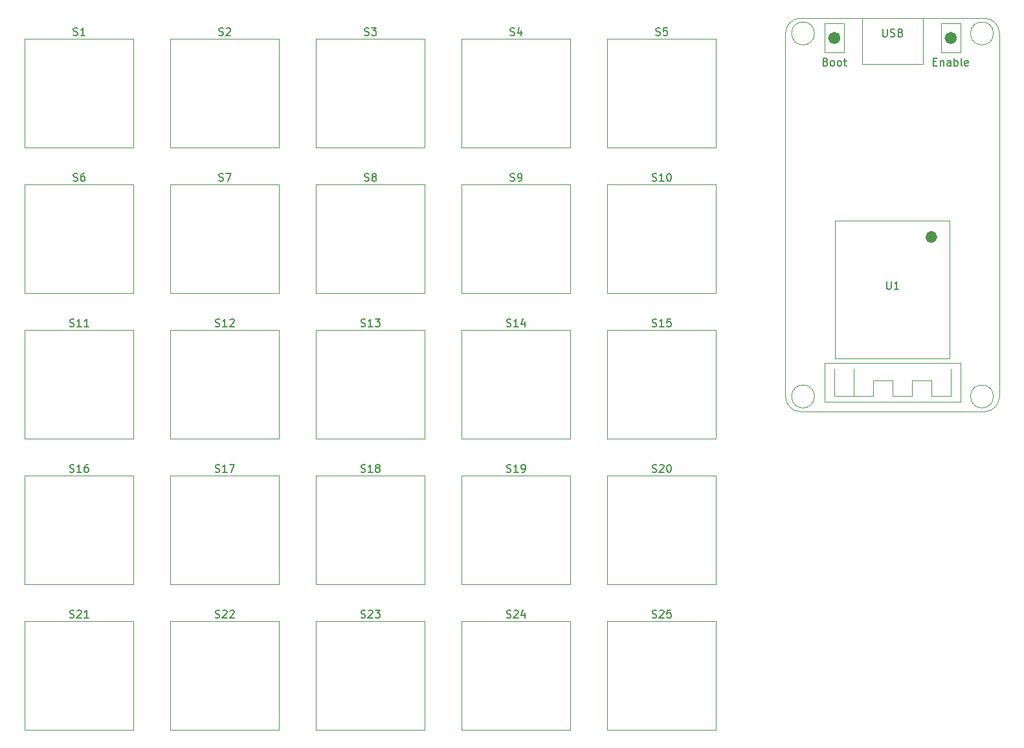
<source format=gbr>
%TF.GenerationSoftware,KiCad,Pcbnew,8.0.6*%
%TF.CreationDate,2024-10-21T09:57:29+07:00*%
%TF.ProjectId,CaiPad25_ESP32,43616950-6164-4323-955f-45535033322e,rev?*%
%TF.SameCoordinates,Original*%
%TF.FileFunction,Legend,Top*%
%TF.FilePolarity,Positive*%
%FSLAX46Y46*%
G04 Gerber Fmt 4.6, Leading zero omitted, Abs format (unit mm)*
G04 Created by KiCad (PCBNEW 8.0.6) date 2024-10-21 09:57:29*
%MOMM*%
%LPD*%
G01*
G04 APERTURE LIST*
%ADD10C,0.150000*%
%ADD11C,0.120000*%
%ADD12C,1.000000*%
%ADD13C,0.800000*%
G04 APERTURE END LIST*
D10*
X65913095Y-59082200D02*
X66055952Y-59129819D01*
X66055952Y-59129819D02*
X66294047Y-59129819D01*
X66294047Y-59129819D02*
X66389285Y-59082200D01*
X66389285Y-59082200D02*
X66436904Y-59034580D01*
X66436904Y-59034580D02*
X66484523Y-58939342D01*
X66484523Y-58939342D02*
X66484523Y-58844104D01*
X66484523Y-58844104D02*
X66436904Y-58748866D01*
X66436904Y-58748866D02*
X66389285Y-58701247D01*
X66389285Y-58701247D02*
X66294047Y-58653628D01*
X66294047Y-58653628D02*
X66103571Y-58606009D01*
X66103571Y-58606009D02*
X66008333Y-58558390D01*
X66008333Y-58558390D02*
X65960714Y-58510771D01*
X65960714Y-58510771D02*
X65913095Y-58415533D01*
X65913095Y-58415533D02*
X65913095Y-58320295D01*
X65913095Y-58320295D02*
X65960714Y-58225057D01*
X65960714Y-58225057D02*
X66008333Y-58177438D01*
X66008333Y-58177438D02*
X66103571Y-58129819D01*
X66103571Y-58129819D02*
X66341666Y-58129819D01*
X66341666Y-58129819D02*
X66484523Y-58177438D01*
X66817857Y-58129819D02*
X67484523Y-58129819D01*
X67484523Y-58129819D02*
X67055952Y-59129819D01*
X65436905Y-78132200D02*
X65579762Y-78179819D01*
X65579762Y-78179819D02*
X65817857Y-78179819D01*
X65817857Y-78179819D02*
X65913095Y-78132200D01*
X65913095Y-78132200D02*
X65960714Y-78084580D01*
X65960714Y-78084580D02*
X66008333Y-77989342D01*
X66008333Y-77989342D02*
X66008333Y-77894104D01*
X66008333Y-77894104D02*
X65960714Y-77798866D01*
X65960714Y-77798866D02*
X65913095Y-77751247D01*
X65913095Y-77751247D02*
X65817857Y-77703628D01*
X65817857Y-77703628D02*
X65627381Y-77656009D01*
X65627381Y-77656009D02*
X65532143Y-77608390D01*
X65532143Y-77608390D02*
X65484524Y-77560771D01*
X65484524Y-77560771D02*
X65436905Y-77465533D01*
X65436905Y-77465533D02*
X65436905Y-77370295D01*
X65436905Y-77370295D02*
X65484524Y-77275057D01*
X65484524Y-77275057D02*
X65532143Y-77227438D01*
X65532143Y-77227438D02*
X65627381Y-77179819D01*
X65627381Y-77179819D02*
X65865476Y-77179819D01*
X65865476Y-77179819D02*
X66008333Y-77227438D01*
X66960714Y-78179819D02*
X66389286Y-78179819D01*
X66675000Y-78179819D02*
X66675000Y-77179819D01*
X66675000Y-77179819D02*
X66579762Y-77322676D01*
X66579762Y-77322676D02*
X66484524Y-77417914D01*
X66484524Y-77417914D02*
X66389286Y-77465533D01*
X67341667Y-77275057D02*
X67389286Y-77227438D01*
X67389286Y-77227438D02*
X67484524Y-77179819D01*
X67484524Y-77179819D02*
X67722619Y-77179819D01*
X67722619Y-77179819D02*
X67817857Y-77227438D01*
X67817857Y-77227438D02*
X67865476Y-77275057D01*
X67865476Y-77275057D02*
X67913095Y-77370295D01*
X67913095Y-77370295D02*
X67913095Y-77465533D01*
X67913095Y-77465533D02*
X67865476Y-77608390D01*
X67865476Y-77608390D02*
X67294048Y-78179819D01*
X67294048Y-78179819D02*
X67913095Y-78179819D01*
X104013095Y-40032200D02*
X104155952Y-40079819D01*
X104155952Y-40079819D02*
X104394047Y-40079819D01*
X104394047Y-40079819D02*
X104489285Y-40032200D01*
X104489285Y-40032200D02*
X104536904Y-39984580D01*
X104536904Y-39984580D02*
X104584523Y-39889342D01*
X104584523Y-39889342D02*
X104584523Y-39794104D01*
X104584523Y-39794104D02*
X104536904Y-39698866D01*
X104536904Y-39698866D02*
X104489285Y-39651247D01*
X104489285Y-39651247D02*
X104394047Y-39603628D01*
X104394047Y-39603628D02*
X104203571Y-39556009D01*
X104203571Y-39556009D02*
X104108333Y-39508390D01*
X104108333Y-39508390D02*
X104060714Y-39460771D01*
X104060714Y-39460771D02*
X104013095Y-39365533D01*
X104013095Y-39365533D02*
X104013095Y-39270295D01*
X104013095Y-39270295D02*
X104060714Y-39175057D01*
X104060714Y-39175057D02*
X104108333Y-39127438D01*
X104108333Y-39127438D02*
X104203571Y-39079819D01*
X104203571Y-39079819D02*
X104441666Y-39079819D01*
X104441666Y-39079819D02*
X104584523Y-39127438D01*
X105441666Y-39413152D02*
X105441666Y-40079819D01*
X105203571Y-39032200D02*
X104965476Y-39746485D01*
X104965476Y-39746485D02*
X105584523Y-39746485D01*
X46386905Y-97182200D02*
X46529762Y-97229819D01*
X46529762Y-97229819D02*
X46767857Y-97229819D01*
X46767857Y-97229819D02*
X46863095Y-97182200D01*
X46863095Y-97182200D02*
X46910714Y-97134580D01*
X46910714Y-97134580D02*
X46958333Y-97039342D01*
X46958333Y-97039342D02*
X46958333Y-96944104D01*
X46958333Y-96944104D02*
X46910714Y-96848866D01*
X46910714Y-96848866D02*
X46863095Y-96801247D01*
X46863095Y-96801247D02*
X46767857Y-96753628D01*
X46767857Y-96753628D02*
X46577381Y-96706009D01*
X46577381Y-96706009D02*
X46482143Y-96658390D01*
X46482143Y-96658390D02*
X46434524Y-96610771D01*
X46434524Y-96610771D02*
X46386905Y-96515533D01*
X46386905Y-96515533D02*
X46386905Y-96420295D01*
X46386905Y-96420295D02*
X46434524Y-96325057D01*
X46434524Y-96325057D02*
X46482143Y-96277438D01*
X46482143Y-96277438D02*
X46577381Y-96229819D01*
X46577381Y-96229819D02*
X46815476Y-96229819D01*
X46815476Y-96229819D02*
X46958333Y-96277438D01*
X47910714Y-97229819D02*
X47339286Y-97229819D01*
X47625000Y-97229819D02*
X47625000Y-96229819D01*
X47625000Y-96229819D02*
X47529762Y-96372676D01*
X47529762Y-96372676D02*
X47434524Y-96467914D01*
X47434524Y-96467914D02*
X47339286Y-96515533D01*
X48767857Y-96229819D02*
X48577381Y-96229819D01*
X48577381Y-96229819D02*
X48482143Y-96277438D01*
X48482143Y-96277438D02*
X48434524Y-96325057D01*
X48434524Y-96325057D02*
X48339286Y-96467914D01*
X48339286Y-96467914D02*
X48291667Y-96658390D01*
X48291667Y-96658390D02*
X48291667Y-97039342D01*
X48291667Y-97039342D02*
X48339286Y-97134580D01*
X48339286Y-97134580D02*
X48386905Y-97182200D01*
X48386905Y-97182200D02*
X48482143Y-97229819D01*
X48482143Y-97229819D02*
X48672619Y-97229819D01*
X48672619Y-97229819D02*
X48767857Y-97182200D01*
X48767857Y-97182200D02*
X48815476Y-97134580D01*
X48815476Y-97134580D02*
X48863095Y-97039342D01*
X48863095Y-97039342D02*
X48863095Y-96801247D01*
X48863095Y-96801247D02*
X48815476Y-96706009D01*
X48815476Y-96706009D02*
X48767857Y-96658390D01*
X48767857Y-96658390D02*
X48672619Y-96610771D01*
X48672619Y-96610771D02*
X48482143Y-96610771D01*
X48482143Y-96610771D02*
X48386905Y-96658390D01*
X48386905Y-96658390D02*
X48339286Y-96706009D01*
X48339286Y-96706009D02*
X48291667Y-96801247D01*
X103536905Y-78132200D02*
X103679762Y-78179819D01*
X103679762Y-78179819D02*
X103917857Y-78179819D01*
X103917857Y-78179819D02*
X104013095Y-78132200D01*
X104013095Y-78132200D02*
X104060714Y-78084580D01*
X104060714Y-78084580D02*
X104108333Y-77989342D01*
X104108333Y-77989342D02*
X104108333Y-77894104D01*
X104108333Y-77894104D02*
X104060714Y-77798866D01*
X104060714Y-77798866D02*
X104013095Y-77751247D01*
X104013095Y-77751247D02*
X103917857Y-77703628D01*
X103917857Y-77703628D02*
X103727381Y-77656009D01*
X103727381Y-77656009D02*
X103632143Y-77608390D01*
X103632143Y-77608390D02*
X103584524Y-77560771D01*
X103584524Y-77560771D02*
X103536905Y-77465533D01*
X103536905Y-77465533D02*
X103536905Y-77370295D01*
X103536905Y-77370295D02*
X103584524Y-77275057D01*
X103584524Y-77275057D02*
X103632143Y-77227438D01*
X103632143Y-77227438D02*
X103727381Y-77179819D01*
X103727381Y-77179819D02*
X103965476Y-77179819D01*
X103965476Y-77179819D02*
X104108333Y-77227438D01*
X105060714Y-78179819D02*
X104489286Y-78179819D01*
X104775000Y-78179819D02*
X104775000Y-77179819D01*
X104775000Y-77179819D02*
X104679762Y-77322676D01*
X104679762Y-77322676D02*
X104584524Y-77417914D01*
X104584524Y-77417914D02*
X104489286Y-77465533D01*
X105917857Y-77513152D02*
X105917857Y-78179819D01*
X105679762Y-77132200D02*
X105441667Y-77846485D01*
X105441667Y-77846485D02*
X106060714Y-77846485D01*
X46386905Y-116232200D02*
X46529762Y-116279819D01*
X46529762Y-116279819D02*
X46767857Y-116279819D01*
X46767857Y-116279819D02*
X46863095Y-116232200D01*
X46863095Y-116232200D02*
X46910714Y-116184580D01*
X46910714Y-116184580D02*
X46958333Y-116089342D01*
X46958333Y-116089342D02*
X46958333Y-115994104D01*
X46958333Y-115994104D02*
X46910714Y-115898866D01*
X46910714Y-115898866D02*
X46863095Y-115851247D01*
X46863095Y-115851247D02*
X46767857Y-115803628D01*
X46767857Y-115803628D02*
X46577381Y-115756009D01*
X46577381Y-115756009D02*
X46482143Y-115708390D01*
X46482143Y-115708390D02*
X46434524Y-115660771D01*
X46434524Y-115660771D02*
X46386905Y-115565533D01*
X46386905Y-115565533D02*
X46386905Y-115470295D01*
X46386905Y-115470295D02*
X46434524Y-115375057D01*
X46434524Y-115375057D02*
X46482143Y-115327438D01*
X46482143Y-115327438D02*
X46577381Y-115279819D01*
X46577381Y-115279819D02*
X46815476Y-115279819D01*
X46815476Y-115279819D02*
X46958333Y-115327438D01*
X47339286Y-115375057D02*
X47386905Y-115327438D01*
X47386905Y-115327438D02*
X47482143Y-115279819D01*
X47482143Y-115279819D02*
X47720238Y-115279819D01*
X47720238Y-115279819D02*
X47815476Y-115327438D01*
X47815476Y-115327438D02*
X47863095Y-115375057D01*
X47863095Y-115375057D02*
X47910714Y-115470295D01*
X47910714Y-115470295D02*
X47910714Y-115565533D01*
X47910714Y-115565533D02*
X47863095Y-115708390D01*
X47863095Y-115708390D02*
X47291667Y-116279819D01*
X47291667Y-116279819D02*
X47910714Y-116279819D01*
X48863095Y-116279819D02*
X48291667Y-116279819D01*
X48577381Y-116279819D02*
X48577381Y-115279819D01*
X48577381Y-115279819D02*
X48482143Y-115422676D01*
X48482143Y-115422676D02*
X48386905Y-115517914D01*
X48386905Y-115517914D02*
X48291667Y-115565533D01*
X123063095Y-40032200D02*
X123205952Y-40079819D01*
X123205952Y-40079819D02*
X123444047Y-40079819D01*
X123444047Y-40079819D02*
X123539285Y-40032200D01*
X123539285Y-40032200D02*
X123586904Y-39984580D01*
X123586904Y-39984580D02*
X123634523Y-39889342D01*
X123634523Y-39889342D02*
X123634523Y-39794104D01*
X123634523Y-39794104D02*
X123586904Y-39698866D01*
X123586904Y-39698866D02*
X123539285Y-39651247D01*
X123539285Y-39651247D02*
X123444047Y-39603628D01*
X123444047Y-39603628D02*
X123253571Y-39556009D01*
X123253571Y-39556009D02*
X123158333Y-39508390D01*
X123158333Y-39508390D02*
X123110714Y-39460771D01*
X123110714Y-39460771D02*
X123063095Y-39365533D01*
X123063095Y-39365533D02*
X123063095Y-39270295D01*
X123063095Y-39270295D02*
X123110714Y-39175057D01*
X123110714Y-39175057D02*
X123158333Y-39127438D01*
X123158333Y-39127438D02*
X123253571Y-39079819D01*
X123253571Y-39079819D02*
X123491666Y-39079819D01*
X123491666Y-39079819D02*
X123634523Y-39127438D01*
X124539285Y-39079819D02*
X124063095Y-39079819D01*
X124063095Y-39079819D02*
X124015476Y-39556009D01*
X124015476Y-39556009D02*
X124063095Y-39508390D01*
X124063095Y-39508390D02*
X124158333Y-39460771D01*
X124158333Y-39460771D02*
X124396428Y-39460771D01*
X124396428Y-39460771D02*
X124491666Y-39508390D01*
X124491666Y-39508390D02*
X124539285Y-39556009D01*
X124539285Y-39556009D02*
X124586904Y-39651247D01*
X124586904Y-39651247D02*
X124586904Y-39889342D01*
X124586904Y-39889342D02*
X124539285Y-39984580D01*
X124539285Y-39984580D02*
X124491666Y-40032200D01*
X124491666Y-40032200D02*
X124396428Y-40079819D01*
X124396428Y-40079819D02*
X124158333Y-40079819D01*
X124158333Y-40079819D02*
X124063095Y-40032200D01*
X124063095Y-40032200D02*
X124015476Y-39984580D01*
X84963095Y-40032200D02*
X85105952Y-40079819D01*
X85105952Y-40079819D02*
X85344047Y-40079819D01*
X85344047Y-40079819D02*
X85439285Y-40032200D01*
X85439285Y-40032200D02*
X85486904Y-39984580D01*
X85486904Y-39984580D02*
X85534523Y-39889342D01*
X85534523Y-39889342D02*
X85534523Y-39794104D01*
X85534523Y-39794104D02*
X85486904Y-39698866D01*
X85486904Y-39698866D02*
X85439285Y-39651247D01*
X85439285Y-39651247D02*
X85344047Y-39603628D01*
X85344047Y-39603628D02*
X85153571Y-39556009D01*
X85153571Y-39556009D02*
X85058333Y-39508390D01*
X85058333Y-39508390D02*
X85010714Y-39460771D01*
X85010714Y-39460771D02*
X84963095Y-39365533D01*
X84963095Y-39365533D02*
X84963095Y-39270295D01*
X84963095Y-39270295D02*
X85010714Y-39175057D01*
X85010714Y-39175057D02*
X85058333Y-39127438D01*
X85058333Y-39127438D02*
X85153571Y-39079819D01*
X85153571Y-39079819D02*
X85391666Y-39079819D01*
X85391666Y-39079819D02*
X85534523Y-39127438D01*
X85867857Y-39079819D02*
X86486904Y-39079819D01*
X86486904Y-39079819D02*
X86153571Y-39460771D01*
X86153571Y-39460771D02*
X86296428Y-39460771D01*
X86296428Y-39460771D02*
X86391666Y-39508390D01*
X86391666Y-39508390D02*
X86439285Y-39556009D01*
X86439285Y-39556009D02*
X86486904Y-39651247D01*
X86486904Y-39651247D02*
X86486904Y-39889342D01*
X86486904Y-39889342D02*
X86439285Y-39984580D01*
X86439285Y-39984580D02*
X86391666Y-40032200D01*
X86391666Y-40032200D02*
X86296428Y-40079819D01*
X86296428Y-40079819D02*
X86010714Y-40079819D01*
X86010714Y-40079819D02*
X85915476Y-40032200D01*
X85915476Y-40032200D02*
X85867857Y-39984580D01*
X46863095Y-40032200D02*
X47005952Y-40079819D01*
X47005952Y-40079819D02*
X47244047Y-40079819D01*
X47244047Y-40079819D02*
X47339285Y-40032200D01*
X47339285Y-40032200D02*
X47386904Y-39984580D01*
X47386904Y-39984580D02*
X47434523Y-39889342D01*
X47434523Y-39889342D02*
X47434523Y-39794104D01*
X47434523Y-39794104D02*
X47386904Y-39698866D01*
X47386904Y-39698866D02*
X47339285Y-39651247D01*
X47339285Y-39651247D02*
X47244047Y-39603628D01*
X47244047Y-39603628D02*
X47053571Y-39556009D01*
X47053571Y-39556009D02*
X46958333Y-39508390D01*
X46958333Y-39508390D02*
X46910714Y-39460771D01*
X46910714Y-39460771D02*
X46863095Y-39365533D01*
X46863095Y-39365533D02*
X46863095Y-39270295D01*
X46863095Y-39270295D02*
X46910714Y-39175057D01*
X46910714Y-39175057D02*
X46958333Y-39127438D01*
X46958333Y-39127438D02*
X47053571Y-39079819D01*
X47053571Y-39079819D02*
X47291666Y-39079819D01*
X47291666Y-39079819D02*
X47434523Y-39127438D01*
X48386904Y-40079819D02*
X47815476Y-40079819D01*
X48101190Y-40079819D02*
X48101190Y-39079819D01*
X48101190Y-39079819D02*
X48005952Y-39222676D01*
X48005952Y-39222676D02*
X47910714Y-39317914D01*
X47910714Y-39317914D02*
X47815476Y-39365533D01*
X84486905Y-78132200D02*
X84629762Y-78179819D01*
X84629762Y-78179819D02*
X84867857Y-78179819D01*
X84867857Y-78179819D02*
X84963095Y-78132200D01*
X84963095Y-78132200D02*
X85010714Y-78084580D01*
X85010714Y-78084580D02*
X85058333Y-77989342D01*
X85058333Y-77989342D02*
X85058333Y-77894104D01*
X85058333Y-77894104D02*
X85010714Y-77798866D01*
X85010714Y-77798866D02*
X84963095Y-77751247D01*
X84963095Y-77751247D02*
X84867857Y-77703628D01*
X84867857Y-77703628D02*
X84677381Y-77656009D01*
X84677381Y-77656009D02*
X84582143Y-77608390D01*
X84582143Y-77608390D02*
X84534524Y-77560771D01*
X84534524Y-77560771D02*
X84486905Y-77465533D01*
X84486905Y-77465533D02*
X84486905Y-77370295D01*
X84486905Y-77370295D02*
X84534524Y-77275057D01*
X84534524Y-77275057D02*
X84582143Y-77227438D01*
X84582143Y-77227438D02*
X84677381Y-77179819D01*
X84677381Y-77179819D02*
X84915476Y-77179819D01*
X84915476Y-77179819D02*
X85058333Y-77227438D01*
X86010714Y-78179819D02*
X85439286Y-78179819D01*
X85725000Y-78179819D02*
X85725000Y-77179819D01*
X85725000Y-77179819D02*
X85629762Y-77322676D01*
X85629762Y-77322676D02*
X85534524Y-77417914D01*
X85534524Y-77417914D02*
X85439286Y-77465533D01*
X86344048Y-77179819D02*
X86963095Y-77179819D01*
X86963095Y-77179819D02*
X86629762Y-77560771D01*
X86629762Y-77560771D02*
X86772619Y-77560771D01*
X86772619Y-77560771D02*
X86867857Y-77608390D01*
X86867857Y-77608390D02*
X86915476Y-77656009D01*
X86915476Y-77656009D02*
X86963095Y-77751247D01*
X86963095Y-77751247D02*
X86963095Y-77989342D01*
X86963095Y-77989342D02*
X86915476Y-78084580D01*
X86915476Y-78084580D02*
X86867857Y-78132200D01*
X86867857Y-78132200D02*
X86772619Y-78179819D01*
X86772619Y-78179819D02*
X86486905Y-78179819D01*
X86486905Y-78179819D02*
X86391667Y-78132200D01*
X86391667Y-78132200D02*
X86344048Y-78084580D01*
X46386905Y-78132200D02*
X46529762Y-78179819D01*
X46529762Y-78179819D02*
X46767857Y-78179819D01*
X46767857Y-78179819D02*
X46863095Y-78132200D01*
X46863095Y-78132200D02*
X46910714Y-78084580D01*
X46910714Y-78084580D02*
X46958333Y-77989342D01*
X46958333Y-77989342D02*
X46958333Y-77894104D01*
X46958333Y-77894104D02*
X46910714Y-77798866D01*
X46910714Y-77798866D02*
X46863095Y-77751247D01*
X46863095Y-77751247D02*
X46767857Y-77703628D01*
X46767857Y-77703628D02*
X46577381Y-77656009D01*
X46577381Y-77656009D02*
X46482143Y-77608390D01*
X46482143Y-77608390D02*
X46434524Y-77560771D01*
X46434524Y-77560771D02*
X46386905Y-77465533D01*
X46386905Y-77465533D02*
X46386905Y-77370295D01*
X46386905Y-77370295D02*
X46434524Y-77275057D01*
X46434524Y-77275057D02*
X46482143Y-77227438D01*
X46482143Y-77227438D02*
X46577381Y-77179819D01*
X46577381Y-77179819D02*
X46815476Y-77179819D01*
X46815476Y-77179819D02*
X46958333Y-77227438D01*
X47910714Y-78179819D02*
X47339286Y-78179819D01*
X47625000Y-78179819D02*
X47625000Y-77179819D01*
X47625000Y-77179819D02*
X47529762Y-77322676D01*
X47529762Y-77322676D02*
X47434524Y-77417914D01*
X47434524Y-77417914D02*
X47339286Y-77465533D01*
X48863095Y-78179819D02*
X48291667Y-78179819D01*
X48577381Y-78179819D02*
X48577381Y-77179819D01*
X48577381Y-77179819D02*
X48482143Y-77322676D01*
X48482143Y-77322676D02*
X48386905Y-77417914D01*
X48386905Y-77417914D02*
X48291667Y-77465533D01*
X65436905Y-116232200D02*
X65579762Y-116279819D01*
X65579762Y-116279819D02*
X65817857Y-116279819D01*
X65817857Y-116279819D02*
X65913095Y-116232200D01*
X65913095Y-116232200D02*
X65960714Y-116184580D01*
X65960714Y-116184580D02*
X66008333Y-116089342D01*
X66008333Y-116089342D02*
X66008333Y-115994104D01*
X66008333Y-115994104D02*
X65960714Y-115898866D01*
X65960714Y-115898866D02*
X65913095Y-115851247D01*
X65913095Y-115851247D02*
X65817857Y-115803628D01*
X65817857Y-115803628D02*
X65627381Y-115756009D01*
X65627381Y-115756009D02*
X65532143Y-115708390D01*
X65532143Y-115708390D02*
X65484524Y-115660771D01*
X65484524Y-115660771D02*
X65436905Y-115565533D01*
X65436905Y-115565533D02*
X65436905Y-115470295D01*
X65436905Y-115470295D02*
X65484524Y-115375057D01*
X65484524Y-115375057D02*
X65532143Y-115327438D01*
X65532143Y-115327438D02*
X65627381Y-115279819D01*
X65627381Y-115279819D02*
X65865476Y-115279819D01*
X65865476Y-115279819D02*
X66008333Y-115327438D01*
X66389286Y-115375057D02*
X66436905Y-115327438D01*
X66436905Y-115327438D02*
X66532143Y-115279819D01*
X66532143Y-115279819D02*
X66770238Y-115279819D01*
X66770238Y-115279819D02*
X66865476Y-115327438D01*
X66865476Y-115327438D02*
X66913095Y-115375057D01*
X66913095Y-115375057D02*
X66960714Y-115470295D01*
X66960714Y-115470295D02*
X66960714Y-115565533D01*
X66960714Y-115565533D02*
X66913095Y-115708390D01*
X66913095Y-115708390D02*
X66341667Y-116279819D01*
X66341667Y-116279819D02*
X66960714Y-116279819D01*
X67341667Y-115375057D02*
X67389286Y-115327438D01*
X67389286Y-115327438D02*
X67484524Y-115279819D01*
X67484524Y-115279819D02*
X67722619Y-115279819D01*
X67722619Y-115279819D02*
X67817857Y-115327438D01*
X67817857Y-115327438D02*
X67865476Y-115375057D01*
X67865476Y-115375057D02*
X67913095Y-115470295D01*
X67913095Y-115470295D02*
X67913095Y-115565533D01*
X67913095Y-115565533D02*
X67865476Y-115708390D01*
X67865476Y-115708390D02*
X67294048Y-116279819D01*
X67294048Y-116279819D02*
X67913095Y-116279819D01*
X65436905Y-97182200D02*
X65579762Y-97229819D01*
X65579762Y-97229819D02*
X65817857Y-97229819D01*
X65817857Y-97229819D02*
X65913095Y-97182200D01*
X65913095Y-97182200D02*
X65960714Y-97134580D01*
X65960714Y-97134580D02*
X66008333Y-97039342D01*
X66008333Y-97039342D02*
X66008333Y-96944104D01*
X66008333Y-96944104D02*
X65960714Y-96848866D01*
X65960714Y-96848866D02*
X65913095Y-96801247D01*
X65913095Y-96801247D02*
X65817857Y-96753628D01*
X65817857Y-96753628D02*
X65627381Y-96706009D01*
X65627381Y-96706009D02*
X65532143Y-96658390D01*
X65532143Y-96658390D02*
X65484524Y-96610771D01*
X65484524Y-96610771D02*
X65436905Y-96515533D01*
X65436905Y-96515533D02*
X65436905Y-96420295D01*
X65436905Y-96420295D02*
X65484524Y-96325057D01*
X65484524Y-96325057D02*
X65532143Y-96277438D01*
X65532143Y-96277438D02*
X65627381Y-96229819D01*
X65627381Y-96229819D02*
X65865476Y-96229819D01*
X65865476Y-96229819D02*
X66008333Y-96277438D01*
X66960714Y-97229819D02*
X66389286Y-97229819D01*
X66675000Y-97229819D02*
X66675000Y-96229819D01*
X66675000Y-96229819D02*
X66579762Y-96372676D01*
X66579762Y-96372676D02*
X66484524Y-96467914D01*
X66484524Y-96467914D02*
X66389286Y-96515533D01*
X67294048Y-96229819D02*
X67960714Y-96229819D01*
X67960714Y-96229819D02*
X67532143Y-97229819D01*
X65913095Y-40032200D02*
X66055952Y-40079819D01*
X66055952Y-40079819D02*
X66294047Y-40079819D01*
X66294047Y-40079819D02*
X66389285Y-40032200D01*
X66389285Y-40032200D02*
X66436904Y-39984580D01*
X66436904Y-39984580D02*
X66484523Y-39889342D01*
X66484523Y-39889342D02*
X66484523Y-39794104D01*
X66484523Y-39794104D02*
X66436904Y-39698866D01*
X66436904Y-39698866D02*
X66389285Y-39651247D01*
X66389285Y-39651247D02*
X66294047Y-39603628D01*
X66294047Y-39603628D02*
X66103571Y-39556009D01*
X66103571Y-39556009D02*
X66008333Y-39508390D01*
X66008333Y-39508390D02*
X65960714Y-39460771D01*
X65960714Y-39460771D02*
X65913095Y-39365533D01*
X65913095Y-39365533D02*
X65913095Y-39270295D01*
X65913095Y-39270295D02*
X65960714Y-39175057D01*
X65960714Y-39175057D02*
X66008333Y-39127438D01*
X66008333Y-39127438D02*
X66103571Y-39079819D01*
X66103571Y-39079819D02*
X66341666Y-39079819D01*
X66341666Y-39079819D02*
X66484523Y-39127438D01*
X66865476Y-39175057D02*
X66913095Y-39127438D01*
X66913095Y-39127438D02*
X67008333Y-39079819D01*
X67008333Y-39079819D02*
X67246428Y-39079819D01*
X67246428Y-39079819D02*
X67341666Y-39127438D01*
X67341666Y-39127438D02*
X67389285Y-39175057D01*
X67389285Y-39175057D02*
X67436904Y-39270295D01*
X67436904Y-39270295D02*
X67436904Y-39365533D01*
X67436904Y-39365533D02*
X67389285Y-39508390D01*
X67389285Y-39508390D02*
X66817857Y-40079819D01*
X66817857Y-40079819D02*
X67436904Y-40079819D01*
X103536905Y-116232200D02*
X103679762Y-116279819D01*
X103679762Y-116279819D02*
X103917857Y-116279819D01*
X103917857Y-116279819D02*
X104013095Y-116232200D01*
X104013095Y-116232200D02*
X104060714Y-116184580D01*
X104060714Y-116184580D02*
X104108333Y-116089342D01*
X104108333Y-116089342D02*
X104108333Y-115994104D01*
X104108333Y-115994104D02*
X104060714Y-115898866D01*
X104060714Y-115898866D02*
X104013095Y-115851247D01*
X104013095Y-115851247D02*
X103917857Y-115803628D01*
X103917857Y-115803628D02*
X103727381Y-115756009D01*
X103727381Y-115756009D02*
X103632143Y-115708390D01*
X103632143Y-115708390D02*
X103584524Y-115660771D01*
X103584524Y-115660771D02*
X103536905Y-115565533D01*
X103536905Y-115565533D02*
X103536905Y-115470295D01*
X103536905Y-115470295D02*
X103584524Y-115375057D01*
X103584524Y-115375057D02*
X103632143Y-115327438D01*
X103632143Y-115327438D02*
X103727381Y-115279819D01*
X103727381Y-115279819D02*
X103965476Y-115279819D01*
X103965476Y-115279819D02*
X104108333Y-115327438D01*
X104489286Y-115375057D02*
X104536905Y-115327438D01*
X104536905Y-115327438D02*
X104632143Y-115279819D01*
X104632143Y-115279819D02*
X104870238Y-115279819D01*
X104870238Y-115279819D02*
X104965476Y-115327438D01*
X104965476Y-115327438D02*
X105013095Y-115375057D01*
X105013095Y-115375057D02*
X105060714Y-115470295D01*
X105060714Y-115470295D02*
X105060714Y-115565533D01*
X105060714Y-115565533D02*
X105013095Y-115708390D01*
X105013095Y-115708390D02*
X104441667Y-116279819D01*
X104441667Y-116279819D02*
X105060714Y-116279819D01*
X105917857Y-115613152D02*
X105917857Y-116279819D01*
X105679762Y-115232200D02*
X105441667Y-115946485D01*
X105441667Y-115946485D02*
X106060714Y-115946485D01*
X104013095Y-59082200D02*
X104155952Y-59129819D01*
X104155952Y-59129819D02*
X104394047Y-59129819D01*
X104394047Y-59129819D02*
X104489285Y-59082200D01*
X104489285Y-59082200D02*
X104536904Y-59034580D01*
X104536904Y-59034580D02*
X104584523Y-58939342D01*
X104584523Y-58939342D02*
X104584523Y-58844104D01*
X104584523Y-58844104D02*
X104536904Y-58748866D01*
X104536904Y-58748866D02*
X104489285Y-58701247D01*
X104489285Y-58701247D02*
X104394047Y-58653628D01*
X104394047Y-58653628D02*
X104203571Y-58606009D01*
X104203571Y-58606009D02*
X104108333Y-58558390D01*
X104108333Y-58558390D02*
X104060714Y-58510771D01*
X104060714Y-58510771D02*
X104013095Y-58415533D01*
X104013095Y-58415533D02*
X104013095Y-58320295D01*
X104013095Y-58320295D02*
X104060714Y-58225057D01*
X104060714Y-58225057D02*
X104108333Y-58177438D01*
X104108333Y-58177438D02*
X104203571Y-58129819D01*
X104203571Y-58129819D02*
X104441666Y-58129819D01*
X104441666Y-58129819D02*
X104584523Y-58177438D01*
X105060714Y-59129819D02*
X105251190Y-59129819D01*
X105251190Y-59129819D02*
X105346428Y-59082200D01*
X105346428Y-59082200D02*
X105394047Y-59034580D01*
X105394047Y-59034580D02*
X105489285Y-58891723D01*
X105489285Y-58891723D02*
X105536904Y-58701247D01*
X105536904Y-58701247D02*
X105536904Y-58320295D01*
X105536904Y-58320295D02*
X105489285Y-58225057D01*
X105489285Y-58225057D02*
X105441666Y-58177438D01*
X105441666Y-58177438D02*
X105346428Y-58129819D01*
X105346428Y-58129819D02*
X105155952Y-58129819D01*
X105155952Y-58129819D02*
X105060714Y-58177438D01*
X105060714Y-58177438D02*
X105013095Y-58225057D01*
X105013095Y-58225057D02*
X104965476Y-58320295D01*
X104965476Y-58320295D02*
X104965476Y-58558390D01*
X104965476Y-58558390D02*
X105013095Y-58653628D01*
X105013095Y-58653628D02*
X105060714Y-58701247D01*
X105060714Y-58701247D02*
X105155952Y-58748866D01*
X105155952Y-58748866D02*
X105346428Y-58748866D01*
X105346428Y-58748866D02*
X105441666Y-58701247D01*
X105441666Y-58701247D02*
X105489285Y-58653628D01*
X105489285Y-58653628D02*
X105536904Y-58558390D01*
X122586905Y-97182200D02*
X122729762Y-97229819D01*
X122729762Y-97229819D02*
X122967857Y-97229819D01*
X122967857Y-97229819D02*
X123063095Y-97182200D01*
X123063095Y-97182200D02*
X123110714Y-97134580D01*
X123110714Y-97134580D02*
X123158333Y-97039342D01*
X123158333Y-97039342D02*
X123158333Y-96944104D01*
X123158333Y-96944104D02*
X123110714Y-96848866D01*
X123110714Y-96848866D02*
X123063095Y-96801247D01*
X123063095Y-96801247D02*
X122967857Y-96753628D01*
X122967857Y-96753628D02*
X122777381Y-96706009D01*
X122777381Y-96706009D02*
X122682143Y-96658390D01*
X122682143Y-96658390D02*
X122634524Y-96610771D01*
X122634524Y-96610771D02*
X122586905Y-96515533D01*
X122586905Y-96515533D02*
X122586905Y-96420295D01*
X122586905Y-96420295D02*
X122634524Y-96325057D01*
X122634524Y-96325057D02*
X122682143Y-96277438D01*
X122682143Y-96277438D02*
X122777381Y-96229819D01*
X122777381Y-96229819D02*
X123015476Y-96229819D01*
X123015476Y-96229819D02*
X123158333Y-96277438D01*
X123539286Y-96325057D02*
X123586905Y-96277438D01*
X123586905Y-96277438D02*
X123682143Y-96229819D01*
X123682143Y-96229819D02*
X123920238Y-96229819D01*
X123920238Y-96229819D02*
X124015476Y-96277438D01*
X124015476Y-96277438D02*
X124063095Y-96325057D01*
X124063095Y-96325057D02*
X124110714Y-96420295D01*
X124110714Y-96420295D02*
X124110714Y-96515533D01*
X124110714Y-96515533D02*
X124063095Y-96658390D01*
X124063095Y-96658390D02*
X123491667Y-97229819D01*
X123491667Y-97229819D02*
X124110714Y-97229819D01*
X124729762Y-96229819D02*
X124825000Y-96229819D01*
X124825000Y-96229819D02*
X124920238Y-96277438D01*
X124920238Y-96277438D02*
X124967857Y-96325057D01*
X124967857Y-96325057D02*
X125015476Y-96420295D01*
X125015476Y-96420295D02*
X125063095Y-96610771D01*
X125063095Y-96610771D02*
X125063095Y-96848866D01*
X125063095Y-96848866D02*
X125015476Y-97039342D01*
X125015476Y-97039342D02*
X124967857Y-97134580D01*
X124967857Y-97134580D02*
X124920238Y-97182200D01*
X124920238Y-97182200D02*
X124825000Y-97229819D01*
X124825000Y-97229819D02*
X124729762Y-97229819D01*
X124729762Y-97229819D02*
X124634524Y-97182200D01*
X124634524Y-97182200D02*
X124586905Y-97134580D01*
X124586905Y-97134580D02*
X124539286Y-97039342D01*
X124539286Y-97039342D02*
X124491667Y-96848866D01*
X124491667Y-96848866D02*
X124491667Y-96610771D01*
X124491667Y-96610771D02*
X124539286Y-96420295D01*
X124539286Y-96420295D02*
X124586905Y-96325057D01*
X124586905Y-96325057D02*
X124634524Y-96277438D01*
X124634524Y-96277438D02*
X124729762Y-96229819D01*
X84486905Y-97182200D02*
X84629762Y-97229819D01*
X84629762Y-97229819D02*
X84867857Y-97229819D01*
X84867857Y-97229819D02*
X84963095Y-97182200D01*
X84963095Y-97182200D02*
X85010714Y-97134580D01*
X85010714Y-97134580D02*
X85058333Y-97039342D01*
X85058333Y-97039342D02*
X85058333Y-96944104D01*
X85058333Y-96944104D02*
X85010714Y-96848866D01*
X85010714Y-96848866D02*
X84963095Y-96801247D01*
X84963095Y-96801247D02*
X84867857Y-96753628D01*
X84867857Y-96753628D02*
X84677381Y-96706009D01*
X84677381Y-96706009D02*
X84582143Y-96658390D01*
X84582143Y-96658390D02*
X84534524Y-96610771D01*
X84534524Y-96610771D02*
X84486905Y-96515533D01*
X84486905Y-96515533D02*
X84486905Y-96420295D01*
X84486905Y-96420295D02*
X84534524Y-96325057D01*
X84534524Y-96325057D02*
X84582143Y-96277438D01*
X84582143Y-96277438D02*
X84677381Y-96229819D01*
X84677381Y-96229819D02*
X84915476Y-96229819D01*
X84915476Y-96229819D02*
X85058333Y-96277438D01*
X86010714Y-97229819D02*
X85439286Y-97229819D01*
X85725000Y-97229819D02*
X85725000Y-96229819D01*
X85725000Y-96229819D02*
X85629762Y-96372676D01*
X85629762Y-96372676D02*
X85534524Y-96467914D01*
X85534524Y-96467914D02*
X85439286Y-96515533D01*
X86582143Y-96658390D02*
X86486905Y-96610771D01*
X86486905Y-96610771D02*
X86439286Y-96563152D01*
X86439286Y-96563152D02*
X86391667Y-96467914D01*
X86391667Y-96467914D02*
X86391667Y-96420295D01*
X86391667Y-96420295D02*
X86439286Y-96325057D01*
X86439286Y-96325057D02*
X86486905Y-96277438D01*
X86486905Y-96277438D02*
X86582143Y-96229819D01*
X86582143Y-96229819D02*
X86772619Y-96229819D01*
X86772619Y-96229819D02*
X86867857Y-96277438D01*
X86867857Y-96277438D02*
X86915476Y-96325057D01*
X86915476Y-96325057D02*
X86963095Y-96420295D01*
X86963095Y-96420295D02*
X86963095Y-96467914D01*
X86963095Y-96467914D02*
X86915476Y-96563152D01*
X86915476Y-96563152D02*
X86867857Y-96610771D01*
X86867857Y-96610771D02*
X86772619Y-96658390D01*
X86772619Y-96658390D02*
X86582143Y-96658390D01*
X86582143Y-96658390D02*
X86486905Y-96706009D01*
X86486905Y-96706009D02*
X86439286Y-96753628D01*
X86439286Y-96753628D02*
X86391667Y-96848866D01*
X86391667Y-96848866D02*
X86391667Y-97039342D01*
X86391667Y-97039342D02*
X86439286Y-97134580D01*
X86439286Y-97134580D02*
X86486905Y-97182200D01*
X86486905Y-97182200D02*
X86582143Y-97229819D01*
X86582143Y-97229819D02*
X86772619Y-97229819D01*
X86772619Y-97229819D02*
X86867857Y-97182200D01*
X86867857Y-97182200D02*
X86915476Y-97134580D01*
X86915476Y-97134580D02*
X86963095Y-97039342D01*
X86963095Y-97039342D02*
X86963095Y-96848866D01*
X86963095Y-96848866D02*
X86915476Y-96753628D01*
X86915476Y-96753628D02*
X86867857Y-96706009D01*
X86867857Y-96706009D02*
X86772619Y-96658390D01*
X122586905Y-116232200D02*
X122729762Y-116279819D01*
X122729762Y-116279819D02*
X122967857Y-116279819D01*
X122967857Y-116279819D02*
X123063095Y-116232200D01*
X123063095Y-116232200D02*
X123110714Y-116184580D01*
X123110714Y-116184580D02*
X123158333Y-116089342D01*
X123158333Y-116089342D02*
X123158333Y-115994104D01*
X123158333Y-115994104D02*
X123110714Y-115898866D01*
X123110714Y-115898866D02*
X123063095Y-115851247D01*
X123063095Y-115851247D02*
X122967857Y-115803628D01*
X122967857Y-115803628D02*
X122777381Y-115756009D01*
X122777381Y-115756009D02*
X122682143Y-115708390D01*
X122682143Y-115708390D02*
X122634524Y-115660771D01*
X122634524Y-115660771D02*
X122586905Y-115565533D01*
X122586905Y-115565533D02*
X122586905Y-115470295D01*
X122586905Y-115470295D02*
X122634524Y-115375057D01*
X122634524Y-115375057D02*
X122682143Y-115327438D01*
X122682143Y-115327438D02*
X122777381Y-115279819D01*
X122777381Y-115279819D02*
X123015476Y-115279819D01*
X123015476Y-115279819D02*
X123158333Y-115327438D01*
X123539286Y-115375057D02*
X123586905Y-115327438D01*
X123586905Y-115327438D02*
X123682143Y-115279819D01*
X123682143Y-115279819D02*
X123920238Y-115279819D01*
X123920238Y-115279819D02*
X124015476Y-115327438D01*
X124015476Y-115327438D02*
X124063095Y-115375057D01*
X124063095Y-115375057D02*
X124110714Y-115470295D01*
X124110714Y-115470295D02*
X124110714Y-115565533D01*
X124110714Y-115565533D02*
X124063095Y-115708390D01*
X124063095Y-115708390D02*
X123491667Y-116279819D01*
X123491667Y-116279819D02*
X124110714Y-116279819D01*
X125015476Y-115279819D02*
X124539286Y-115279819D01*
X124539286Y-115279819D02*
X124491667Y-115756009D01*
X124491667Y-115756009D02*
X124539286Y-115708390D01*
X124539286Y-115708390D02*
X124634524Y-115660771D01*
X124634524Y-115660771D02*
X124872619Y-115660771D01*
X124872619Y-115660771D02*
X124967857Y-115708390D01*
X124967857Y-115708390D02*
X125015476Y-115756009D01*
X125015476Y-115756009D02*
X125063095Y-115851247D01*
X125063095Y-115851247D02*
X125063095Y-116089342D01*
X125063095Y-116089342D02*
X125015476Y-116184580D01*
X125015476Y-116184580D02*
X124967857Y-116232200D01*
X124967857Y-116232200D02*
X124872619Y-116279819D01*
X124872619Y-116279819D02*
X124634524Y-116279819D01*
X124634524Y-116279819D02*
X124539286Y-116232200D01*
X124539286Y-116232200D02*
X124491667Y-116184580D01*
X84963095Y-59082200D02*
X85105952Y-59129819D01*
X85105952Y-59129819D02*
X85344047Y-59129819D01*
X85344047Y-59129819D02*
X85439285Y-59082200D01*
X85439285Y-59082200D02*
X85486904Y-59034580D01*
X85486904Y-59034580D02*
X85534523Y-58939342D01*
X85534523Y-58939342D02*
X85534523Y-58844104D01*
X85534523Y-58844104D02*
X85486904Y-58748866D01*
X85486904Y-58748866D02*
X85439285Y-58701247D01*
X85439285Y-58701247D02*
X85344047Y-58653628D01*
X85344047Y-58653628D02*
X85153571Y-58606009D01*
X85153571Y-58606009D02*
X85058333Y-58558390D01*
X85058333Y-58558390D02*
X85010714Y-58510771D01*
X85010714Y-58510771D02*
X84963095Y-58415533D01*
X84963095Y-58415533D02*
X84963095Y-58320295D01*
X84963095Y-58320295D02*
X85010714Y-58225057D01*
X85010714Y-58225057D02*
X85058333Y-58177438D01*
X85058333Y-58177438D02*
X85153571Y-58129819D01*
X85153571Y-58129819D02*
X85391666Y-58129819D01*
X85391666Y-58129819D02*
X85534523Y-58177438D01*
X86105952Y-58558390D02*
X86010714Y-58510771D01*
X86010714Y-58510771D02*
X85963095Y-58463152D01*
X85963095Y-58463152D02*
X85915476Y-58367914D01*
X85915476Y-58367914D02*
X85915476Y-58320295D01*
X85915476Y-58320295D02*
X85963095Y-58225057D01*
X85963095Y-58225057D02*
X86010714Y-58177438D01*
X86010714Y-58177438D02*
X86105952Y-58129819D01*
X86105952Y-58129819D02*
X86296428Y-58129819D01*
X86296428Y-58129819D02*
X86391666Y-58177438D01*
X86391666Y-58177438D02*
X86439285Y-58225057D01*
X86439285Y-58225057D02*
X86486904Y-58320295D01*
X86486904Y-58320295D02*
X86486904Y-58367914D01*
X86486904Y-58367914D02*
X86439285Y-58463152D01*
X86439285Y-58463152D02*
X86391666Y-58510771D01*
X86391666Y-58510771D02*
X86296428Y-58558390D01*
X86296428Y-58558390D02*
X86105952Y-58558390D01*
X86105952Y-58558390D02*
X86010714Y-58606009D01*
X86010714Y-58606009D02*
X85963095Y-58653628D01*
X85963095Y-58653628D02*
X85915476Y-58748866D01*
X85915476Y-58748866D02*
X85915476Y-58939342D01*
X85915476Y-58939342D02*
X85963095Y-59034580D01*
X85963095Y-59034580D02*
X86010714Y-59082200D01*
X86010714Y-59082200D02*
X86105952Y-59129819D01*
X86105952Y-59129819D02*
X86296428Y-59129819D01*
X86296428Y-59129819D02*
X86391666Y-59082200D01*
X86391666Y-59082200D02*
X86439285Y-59034580D01*
X86439285Y-59034580D02*
X86486904Y-58939342D01*
X86486904Y-58939342D02*
X86486904Y-58748866D01*
X86486904Y-58748866D02*
X86439285Y-58653628D01*
X86439285Y-58653628D02*
X86391666Y-58606009D01*
X86391666Y-58606009D02*
X86296428Y-58558390D01*
X84486905Y-116232200D02*
X84629762Y-116279819D01*
X84629762Y-116279819D02*
X84867857Y-116279819D01*
X84867857Y-116279819D02*
X84963095Y-116232200D01*
X84963095Y-116232200D02*
X85010714Y-116184580D01*
X85010714Y-116184580D02*
X85058333Y-116089342D01*
X85058333Y-116089342D02*
X85058333Y-115994104D01*
X85058333Y-115994104D02*
X85010714Y-115898866D01*
X85010714Y-115898866D02*
X84963095Y-115851247D01*
X84963095Y-115851247D02*
X84867857Y-115803628D01*
X84867857Y-115803628D02*
X84677381Y-115756009D01*
X84677381Y-115756009D02*
X84582143Y-115708390D01*
X84582143Y-115708390D02*
X84534524Y-115660771D01*
X84534524Y-115660771D02*
X84486905Y-115565533D01*
X84486905Y-115565533D02*
X84486905Y-115470295D01*
X84486905Y-115470295D02*
X84534524Y-115375057D01*
X84534524Y-115375057D02*
X84582143Y-115327438D01*
X84582143Y-115327438D02*
X84677381Y-115279819D01*
X84677381Y-115279819D02*
X84915476Y-115279819D01*
X84915476Y-115279819D02*
X85058333Y-115327438D01*
X85439286Y-115375057D02*
X85486905Y-115327438D01*
X85486905Y-115327438D02*
X85582143Y-115279819D01*
X85582143Y-115279819D02*
X85820238Y-115279819D01*
X85820238Y-115279819D02*
X85915476Y-115327438D01*
X85915476Y-115327438D02*
X85963095Y-115375057D01*
X85963095Y-115375057D02*
X86010714Y-115470295D01*
X86010714Y-115470295D02*
X86010714Y-115565533D01*
X86010714Y-115565533D02*
X85963095Y-115708390D01*
X85963095Y-115708390D02*
X85391667Y-116279819D01*
X85391667Y-116279819D02*
X86010714Y-116279819D01*
X86344048Y-115279819D02*
X86963095Y-115279819D01*
X86963095Y-115279819D02*
X86629762Y-115660771D01*
X86629762Y-115660771D02*
X86772619Y-115660771D01*
X86772619Y-115660771D02*
X86867857Y-115708390D01*
X86867857Y-115708390D02*
X86915476Y-115756009D01*
X86915476Y-115756009D02*
X86963095Y-115851247D01*
X86963095Y-115851247D02*
X86963095Y-116089342D01*
X86963095Y-116089342D02*
X86915476Y-116184580D01*
X86915476Y-116184580D02*
X86867857Y-116232200D01*
X86867857Y-116232200D02*
X86772619Y-116279819D01*
X86772619Y-116279819D02*
X86486905Y-116279819D01*
X86486905Y-116279819D02*
X86391667Y-116232200D01*
X86391667Y-116232200D02*
X86344048Y-116184580D01*
X153252309Y-72259033D02*
X153252309Y-73068556D01*
X153252309Y-73068556D02*
X153299928Y-73163794D01*
X153299928Y-73163794D02*
X153347547Y-73211414D01*
X153347547Y-73211414D02*
X153442785Y-73259033D01*
X153442785Y-73259033D02*
X153633261Y-73259033D01*
X153633261Y-73259033D02*
X153728499Y-73211414D01*
X153728499Y-73211414D02*
X153776118Y-73163794D01*
X153776118Y-73163794D02*
X153823737Y-73068556D01*
X153823737Y-73068556D02*
X153823737Y-72259033D01*
X154823737Y-73259033D02*
X154252309Y-73259033D01*
X154538023Y-73259033D02*
X154538023Y-72259033D01*
X154538023Y-72259033D02*
X154442785Y-72401890D01*
X154442785Y-72401890D02*
X154347547Y-72497128D01*
X154347547Y-72497128D02*
X154252309Y-72544747D01*
X159372309Y-43525223D02*
X159705642Y-43525223D01*
X159848499Y-44049033D02*
X159372309Y-44049033D01*
X159372309Y-44049033D02*
X159372309Y-43049033D01*
X159372309Y-43049033D02*
X159848499Y-43049033D01*
X160277071Y-43382366D02*
X160277071Y-44049033D01*
X160277071Y-43477604D02*
X160324690Y-43429985D01*
X160324690Y-43429985D02*
X160419928Y-43382366D01*
X160419928Y-43382366D02*
X160562785Y-43382366D01*
X160562785Y-43382366D02*
X160658023Y-43429985D01*
X160658023Y-43429985D02*
X160705642Y-43525223D01*
X160705642Y-43525223D02*
X160705642Y-44049033D01*
X161610404Y-44049033D02*
X161610404Y-43525223D01*
X161610404Y-43525223D02*
X161562785Y-43429985D01*
X161562785Y-43429985D02*
X161467547Y-43382366D01*
X161467547Y-43382366D02*
X161277071Y-43382366D01*
X161277071Y-43382366D02*
X161181833Y-43429985D01*
X161610404Y-44001414D02*
X161515166Y-44049033D01*
X161515166Y-44049033D02*
X161277071Y-44049033D01*
X161277071Y-44049033D02*
X161181833Y-44001414D01*
X161181833Y-44001414D02*
X161134214Y-43906175D01*
X161134214Y-43906175D02*
X161134214Y-43810937D01*
X161134214Y-43810937D02*
X161181833Y-43715699D01*
X161181833Y-43715699D02*
X161277071Y-43668080D01*
X161277071Y-43668080D02*
X161515166Y-43668080D01*
X161515166Y-43668080D02*
X161610404Y-43620461D01*
X162086595Y-44049033D02*
X162086595Y-43049033D01*
X162086595Y-43429985D02*
X162181833Y-43382366D01*
X162181833Y-43382366D02*
X162372309Y-43382366D01*
X162372309Y-43382366D02*
X162467547Y-43429985D01*
X162467547Y-43429985D02*
X162515166Y-43477604D01*
X162515166Y-43477604D02*
X162562785Y-43572842D01*
X162562785Y-43572842D02*
X162562785Y-43858556D01*
X162562785Y-43858556D02*
X162515166Y-43953794D01*
X162515166Y-43953794D02*
X162467547Y-44001414D01*
X162467547Y-44001414D02*
X162372309Y-44049033D01*
X162372309Y-44049033D02*
X162181833Y-44049033D01*
X162181833Y-44049033D02*
X162086595Y-44001414D01*
X163134214Y-44049033D02*
X163038976Y-44001414D01*
X163038976Y-44001414D02*
X162991357Y-43906175D01*
X162991357Y-43906175D02*
X162991357Y-43049033D01*
X163896119Y-44001414D02*
X163800881Y-44049033D01*
X163800881Y-44049033D02*
X163610405Y-44049033D01*
X163610405Y-44049033D02*
X163515167Y-44001414D01*
X163515167Y-44001414D02*
X163467548Y-43906175D01*
X163467548Y-43906175D02*
X163467548Y-43525223D01*
X163467548Y-43525223D02*
X163515167Y-43429985D01*
X163515167Y-43429985D02*
X163610405Y-43382366D01*
X163610405Y-43382366D02*
X163800881Y-43382366D01*
X163800881Y-43382366D02*
X163896119Y-43429985D01*
X163896119Y-43429985D02*
X163943738Y-43525223D01*
X163943738Y-43525223D02*
X163943738Y-43620461D01*
X163943738Y-43620461D02*
X163467548Y-43715699D01*
X145275166Y-43525223D02*
X145418023Y-43572842D01*
X145418023Y-43572842D02*
X145465642Y-43620461D01*
X145465642Y-43620461D02*
X145513261Y-43715699D01*
X145513261Y-43715699D02*
X145513261Y-43858556D01*
X145513261Y-43858556D02*
X145465642Y-43953794D01*
X145465642Y-43953794D02*
X145418023Y-44001414D01*
X145418023Y-44001414D02*
X145322785Y-44049033D01*
X145322785Y-44049033D02*
X144941833Y-44049033D01*
X144941833Y-44049033D02*
X144941833Y-43049033D01*
X144941833Y-43049033D02*
X145275166Y-43049033D01*
X145275166Y-43049033D02*
X145370404Y-43096652D01*
X145370404Y-43096652D02*
X145418023Y-43144271D01*
X145418023Y-43144271D02*
X145465642Y-43239509D01*
X145465642Y-43239509D02*
X145465642Y-43334747D01*
X145465642Y-43334747D02*
X145418023Y-43429985D01*
X145418023Y-43429985D02*
X145370404Y-43477604D01*
X145370404Y-43477604D02*
X145275166Y-43525223D01*
X145275166Y-43525223D02*
X144941833Y-43525223D01*
X146084690Y-44049033D02*
X145989452Y-44001414D01*
X145989452Y-44001414D02*
X145941833Y-43953794D01*
X145941833Y-43953794D02*
X145894214Y-43858556D01*
X145894214Y-43858556D02*
X145894214Y-43572842D01*
X145894214Y-43572842D02*
X145941833Y-43477604D01*
X145941833Y-43477604D02*
X145989452Y-43429985D01*
X145989452Y-43429985D02*
X146084690Y-43382366D01*
X146084690Y-43382366D02*
X146227547Y-43382366D01*
X146227547Y-43382366D02*
X146322785Y-43429985D01*
X146322785Y-43429985D02*
X146370404Y-43477604D01*
X146370404Y-43477604D02*
X146418023Y-43572842D01*
X146418023Y-43572842D02*
X146418023Y-43858556D01*
X146418023Y-43858556D02*
X146370404Y-43953794D01*
X146370404Y-43953794D02*
X146322785Y-44001414D01*
X146322785Y-44001414D02*
X146227547Y-44049033D01*
X146227547Y-44049033D02*
X146084690Y-44049033D01*
X146989452Y-44049033D02*
X146894214Y-44001414D01*
X146894214Y-44001414D02*
X146846595Y-43953794D01*
X146846595Y-43953794D02*
X146798976Y-43858556D01*
X146798976Y-43858556D02*
X146798976Y-43572842D01*
X146798976Y-43572842D02*
X146846595Y-43477604D01*
X146846595Y-43477604D02*
X146894214Y-43429985D01*
X146894214Y-43429985D02*
X146989452Y-43382366D01*
X146989452Y-43382366D02*
X147132309Y-43382366D01*
X147132309Y-43382366D02*
X147227547Y-43429985D01*
X147227547Y-43429985D02*
X147275166Y-43477604D01*
X147275166Y-43477604D02*
X147322785Y-43572842D01*
X147322785Y-43572842D02*
X147322785Y-43858556D01*
X147322785Y-43858556D02*
X147275166Y-43953794D01*
X147275166Y-43953794D02*
X147227547Y-44001414D01*
X147227547Y-44001414D02*
X147132309Y-44049033D01*
X147132309Y-44049033D02*
X146989452Y-44049033D01*
X147608500Y-43382366D02*
X147989452Y-43382366D01*
X147751357Y-43049033D02*
X147751357Y-43906175D01*
X147751357Y-43906175D02*
X147798976Y-44001414D01*
X147798976Y-44001414D02*
X147894214Y-44049033D01*
X147894214Y-44049033D02*
X147989452Y-44049033D01*
X152752309Y-39239033D02*
X152752309Y-40048556D01*
X152752309Y-40048556D02*
X152799928Y-40143794D01*
X152799928Y-40143794D02*
X152847547Y-40191414D01*
X152847547Y-40191414D02*
X152942785Y-40239033D01*
X152942785Y-40239033D02*
X153133261Y-40239033D01*
X153133261Y-40239033D02*
X153228499Y-40191414D01*
X153228499Y-40191414D02*
X153276118Y-40143794D01*
X153276118Y-40143794D02*
X153323737Y-40048556D01*
X153323737Y-40048556D02*
X153323737Y-39239033D01*
X153752309Y-40191414D02*
X153895166Y-40239033D01*
X153895166Y-40239033D02*
X154133261Y-40239033D01*
X154133261Y-40239033D02*
X154228499Y-40191414D01*
X154228499Y-40191414D02*
X154276118Y-40143794D01*
X154276118Y-40143794D02*
X154323737Y-40048556D01*
X154323737Y-40048556D02*
X154323737Y-39953318D01*
X154323737Y-39953318D02*
X154276118Y-39858080D01*
X154276118Y-39858080D02*
X154228499Y-39810461D01*
X154228499Y-39810461D02*
X154133261Y-39762842D01*
X154133261Y-39762842D02*
X153942785Y-39715223D01*
X153942785Y-39715223D02*
X153847547Y-39667604D01*
X153847547Y-39667604D02*
X153799928Y-39619985D01*
X153799928Y-39619985D02*
X153752309Y-39524747D01*
X153752309Y-39524747D02*
X153752309Y-39429509D01*
X153752309Y-39429509D02*
X153799928Y-39334271D01*
X153799928Y-39334271D02*
X153847547Y-39286652D01*
X153847547Y-39286652D02*
X153942785Y-39239033D01*
X153942785Y-39239033D02*
X154180880Y-39239033D01*
X154180880Y-39239033D02*
X154323737Y-39286652D01*
X155085642Y-39715223D02*
X155228499Y-39762842D01*
X155228499Y-39762842D02*
X155276118Y-39810461D01*
X155276118Y-39810461D02*
X155323737Y-39905699D01*
X155323737Y-39905699D02*
X155323737Y-40048556D01*
X155323737Y-40048556D02*
X155276118Y-40143794D01*
X155276118Y-40143794D02*
X155228499Y-40191414D01*
X155228499Y-40191414D02*
X155133261Y-40239033D01*
X155133261Y-40239033D02*
X154752309Y-40239033D01*
X154752309Y-40239033D02*
X154752309Y-39239033D01*
X154752309Y-39239033D02*
X155085642Y-39239033D01*
X155085642Y-39239033D02*
X155180880Y-39286652D01*
X155180880Y-39286652D02*
X155228499Y-39334271D01*
X155228499Y-39334271D02*
X155276118Y-39429509D01*
X155276118Y-39429509D02*
X155276118Y-39524747D01*
X155276118Y-39524747D02*
X155228499Y-39619985D01*
X155228499Y-39619985D02*
X155180880Y-39667604D01*
X155180880Y-39667604D02*
X155085642Y-39715223D01*
X155085642Y-39715223D02*
X154752309Y-39715223D01*
X122586905Y-59082200D02*
X122729762Y-59129819D01*
X122729762Y-59129819D02*
X122967857Y-59129819D01*
X122967857Y-59129819D02*
X123063095Y-59082200D01*
X123063095Y-59082200D02*
X123110714Y-59034580D01*
X123110714Y-59034580D02*
X123158333Y-58939342D01*
X123158333Y-58939342D02*
X123158333Y-58844104D01*
X123158333Y-58844104D02*
X123110714Y-58748866D01*
X123110714Y-58748866D02*
X123063095Y-58701247D01*
X123063095Y-58701247D02*
X122967857Y-58653628D01*
X122967857Y-58653628D02*
X122777381Y-58606009D01*
X122777381Y-58606009D02*
X122682143Y-58558390D01*
X122682143Y-58558390D02*
X122634524Y-58510771D01*
X122634524Y-58510771D02*
X122586905Y-58415533D01*
X122586905Y-58415533D02*
X122586905Y-58320295D01*
X122586905Y-58320295D02*
X122634524Y-58225057D01*
X122634524Y-58225057D02*
X122682143Y-58177438D01*
X122682143Y-58177438D02*
X122777381Y-58129819D01*
X122777381Y-58129819D02*
X123015476Y-58129819D01*
X123015476Y-58129819D02*
X123158333Y-58177438D01*
X124110714Y-59129819D02*
X123539286Y-59129819D01*
X123825000Y-59129819D02*
X123825000Y-58129819D01*
X123825000Y-58129819D02*
X123729762Y-58272676D01*
X123729762Y-58272676D02*
X123634524Y-58367914D01*
X123634524Y-58367914D02*
X123539286Y-58415533D01*
X124729762Y-58129819D02*
X124825000Y-58129819D01*
X124825000Y-58129819D02*
X124920238Y-58177438D01*
X124920238Y-58177438D02*
X124967857Y-58225057D01*
X124967857Y-58225057D02*
X125015476Y-58320295D01*
X125015476Y-58320295D02*
X125063095Y-58510771D01*
X125063095Y-58510771D02*
X125063095Y-58748866D01*
X125063095Y-58748866D02*
X125015476Y-58939342D01*
X125015476Y-58939342D02*
X124967857Y-59034580D01*
X124967857Y-59034580D02*
X124920238Y-59082200D01*
X124920238Y-59082200D02*
X124825000Y-59129819D01*
X124825000Y-59129819D02*
X124729762Y-59129819D01*
X124729762Y-59129819D02*
X124634524Y-59082200D01*
X124634524Y-59082200D02*
X124586905Y-59034580D01*
X124586905Y-59034580D02*
X124539286Y-58939342D01*
X124539286Y-58939342D02*
X124491667Y-58748866D01*
X124491667Y-58748866D02*
X124491667Y-58510771D01*
X124491667Y-58510771D02*
X124539286Y-58320295D01*
X124539286Y-58320295D02*
X124586905Y-58225057D01*
X124586905Y-58225057D02*
X124634524Y-58177438D01*
X124634524Y-58177438D02*
X124729762Y-58129819D01*
X122586905Y-78132200D02*
X122729762Y-78179819D01*
X122729762Y-78179819D02*
X122967857Y-78179819D01*
X122967857Y-78179819D02*
X123063095Y-78132200D01*
X123063095Y-78132200D02*
X123110714Y-78084580D01*
X123110714Y-78084580D02*
X123158333Y-77989342D01*
X123158333Y-77989342D02*
X123158333Y-77894104D01*
X123158333Y-77894104D02*
X123110714Y-77798866D01*
X123110714Y-77798866D02*
X123063095Y-77751247D01*
X123063095Y-77751247D02*
X122967857Y-77703628D01*
X122967857Y-77703628D02*
X122777381Y-77656009D01*
X122777381Y-77656009D02*
X122682143Y-77608390D01*
X122682143Y-77608390D02*
X122634524Y-77560771D01*
X122634524Y-77560771D02*
X122586905Y-77465533D01*
X122586905Y-77465533D02*
X122586905Y-77370295D01*
X122586905Y-77370295D02*
X122634524Y-77275057D01*
X122634524Y-77275057D02*
X122682143Y-77227438D01*
X122682143Y-77227438D02*
X122777381Y-77179819D01*
X122777381Y-77179819D02*
X123015476Y-77179819D01*
X123015476Y-77179819D02*
X123158333Y-77227438D01*
X124110714Y-78179819D02*
X123539286Y-78179819D01*
X123825000Y-78179819D02*
X123825000Y-77179819D01*
X123825000Y-77179819D02*
X123729762Y-77322676D01*
X123729762Y-77322676D02*
X123634524Y-77417914D01*
X123634524Y-77417914D02*
X123539286Y-77465533D01*
X125015476Y-77179819D02*
X124539286Y-77179819D01*
X124539286Y-77179819D02*
X124491667Y-77656009D01*
X124491667Y-77656009D02*
X124539286Y-77608390D01*
X124539286Y-77608390D02*
X124634524Y-77560771D01*
X124634524Y-77560771D02*
X124872619Y-77560771D01*
X124872619Y-77560771D02*
X124967857Y-77608390D01*
X124967857Y-77608390D02*
X125015476Y-77656009D01*
X125015476Y-77656009D02*
X125063095Y-77751247D01*
X125063095Y-77751247D02*
X125063095Y-77989342D01*
X125063095Y-77989342D02*
X125015476Y-78084580D01*
X125015476Y-78084580D02*
X124967857Y-78132200D01*
X124967857Y-78132200D02*
X124872619Y-78179819D01*
X124872619Y-78179819D02*
X124634524Y-78179819D01*
X124634524Y-78179819D02*
X124539286Y-78132200D01*
X124539286Y-78132200D02*
X124491667Y-78084580D01*
X103536905Y-97182200D02*
X103679762Y-97229819D01*
X103679762Y-97229819D02*
X103917857Y-97229819D01*
X103917857Y-97229819D02*
X104013095Y-97182200D01*
X104013095Y-97182200D02*
X104060714Y-97134580D01*
X104060714Y-97134580D02*
X104108333Y-97039342D01*
X104108333Y-97039342D02*
X104108333Y-96944104D01*
X104108333Y-96944104D02*
X104060714Y-96848866D01*
X104060714Y-96848866D02*
X104013095Y-96801247D01*
X104013095Y-96801247D02*
X103917857Y-96753628D01*
X103917857Y-96753628D02*
X103727381Y-96706009D01*
X103727381Y-96706009D02*
X103632143Y-96658390D01*
X103632143Y-96658390D02*
X103584524Y-96610771D01*
X103584524Y-96610771D02*
X103536905Y-96515533D01*
X103536905Y-96515533D02*
X103536905Y-96420295D01*
X103536905Y-96420295D02*
X103584524Y-96325057D01*
X103584524Y-96325057D02*
X103632143Y-96277438D01*
X103632143Y-96277438D02*
X103727381Y-96229819D01*
X103727381Y-96229819D02*
X103965476Y-96229819D01*
X103965476Y-96229819D02*
X104108333Y-96277438D01*
X105060714Y-97229819D02*
X104489286Y-97229819D01*
X104775000Y-97229819D02*
X104775000Y-96229819D01*
X104775000Y-96229819D02*
X104679762Y-96372676D01*
X104679762Y-96372676D02*
X104584524Y-96467914D01*
X104584524Y-96467914D02*
X104489286Y-96515533D01*
X105536905Y-97229819D02*
X105727381Y-97229819D01*
X105727381Y-97229819D02*
X105822619Y-97182200D01*
X105822619Y-97182200D02*
X105870238Y-97134580D01*
X105870238Y-97134580D02*
X105965476Y-96991723D01*
X105965476Y-96991723D02*
X106013095Y-96801247D01*
X106013095Y-96801247D02*
X106013095Y-96420295D01*
X106013095Y-96420295D02*
X105965476Y-96325057D01*
X105965476Y-96325057D02*
X105917857Y-96277438D01*
X105917857Y-96277438D02*
X105822619Y-96229819D01*
X105822619Y-96229819D02*
X105632143Y-96229819D01*
X105632143Y-96229819D02*
X105536905Y-96277438D01*
X105536905Y-96277438D02*
X105489286Y-96325057D01*
X105489286Y-96325057D02*
X105441667Y-96420295D01*
X105441667Y-96420295D02*
X105441667Y-96658390D01*
X105441667Y-96658390D02*
X105489286Y-96753628D01*
X105489286Y-96753628D02*
X105536905Y-96801247D01*
X105536905Y-96801247D02*
X105632143Y-96848866D01*
X105632143Y-96848866D02*
X105822619Y-96848866D01*
X105822619Y-96848866D02*
X105917857Y-96801247D01*
X105917857Y-96801247D02*
X105965476Y-96753628D01*
X105965476Y-96753628D02*
X106013095Y-96658390D01*
X46863095Y-59082200D02*
X47005952Y-59129819D01*
X47005952Y-59129819D02*
X47244047Y-59129819D01*
X47244047Y-59129819D02*
X47339285Y-59082200D01*
X47339285Y-59082200D02*
X47386904Y-59034580D01*
X47386904Y-59034580D02*
X47434523Y-58939342D01*
X47434523Y-58939342D02*
X47434523Y-58844104D01*
X47434523Y-58844104D02*
X47386904Y-58748866D01*
X47386904Y-58748866D02*
X47339285Y-58701247D01*
X47339285Y-58701247D02*
X47244047Y-58653628D01*
X47244047Y-58653628D02*
X47053571Y-58606009D01*
X47053571Y-58606009D02*
X46958333Y-58558390D01*
X46958333Y-58558390D02*
X46910714Y-58510771D01*
X46910714Y-58510771D02*
X46863095Y-58415533D01*
X46863095Y-58415533D02*
X46863095Y-58320295D01*
X46863095Y-58320295D02*
X46910714Y-58225057D01*
X46910714Y-58225057D02*
X46958333Y-58177438D01*
X46958333Y-58177438D02*
X47053571Y-58129819D01*
X47053571Y-58129819D02*
X47291666Y-58129819D01*
X47291666Y-58129819D02*
X47434523Y-58177438D01*
X48291666Y-58129819D02*
X48101190Y-58129819D01*
X48101190Y-58129819D02*
X48005952Y-58177438D01*
X48005952Y-58177438D02*
X47958333Y-58225057D01*
X47958333Y-58225057D02*
X47863095Y-58367914D01*
X47863095Y-58367914D02*
X47815476Y-58558390D01*
X47815476Y-58558390D02*
X47815476Y-58939342D01*
X47815476Y-58939342D02*
X47863095Y-59034580D01*
X47863095Y-59034580D02*
X47910714Y-59082200D01*
X47910714Y-59082200D02*
X48005952Y-59129819D01*
X48005952Y-59129819D02*
X48196428Y-59129819D01*
X48196428Y-59129819D02*
X48291666Y-59082200D01*
X48291666Y-59082200D02*
X48339285Y-59034580D01*
X48339285Y-59034580D02*
X48386904Y-58939342D01*
X48386904Y-58939342D02*
X48386904Y-58701247D01*
X48386904Y-58701247D02*
X48339285Y-58606009D01*
X48339285Y-58606009D02*
X48291666Y-58558390D01*
X48291666Y-58558390D02*
X48196428Y-58510771D01*
X48196428Y-58510771D02*
X48005952Y-58510771D01*
X48005952Y-58510771D02*
X47910714Y-58558390D01*
X47910714Y-58558390D02*
X47863095Y-58606009D01*
X47863095Y-58606009D02*
X47815476Y-58701247D01*
D11*
%TO.C,S7*%
X59575000Y-59575000D02*
X59575000Y-73775000D01*
X59575000Y-73775000D02*
X73775000Y-73775000D01*
X73775000Y-59575000D02*
X59575000Y-59575000D01*
X73775000Y-73775000D02*
X73775000Y-59575000D01*
%TO.C,S12*%
X59575000Y-78625000D02*
X59575000Y-92825000D01*
X59575000Y-92825000D02*
X73775000Y-92825000D01*
X73775000Y-78625000D02*
X59575000Y-78625000D01*
X73775000Y-92825000D02*
X73775000Y-78625000D01*
%TO.C,S4*%
X97675000Y-40525000D02*
X97675000Y-54725000D01*
X97675000Y-54725000D02*
X111875000Y-54725000D01*
X111875000Y-40525000D02*
X97675000Y-40525000D01*
X111875000Y-54725000D02*
X111875000Y-40525000D01*
%TO.C,S16*%
X40525000Y-97675000D02*
X40525000Y-111875000D01*
X40525000Y-111875000D02*
X54725000Y-111875000D01*
X54725000Y-97675000D02*
X40525000Y-97675000D01*
X54725000Y-111875000D02*
X54725000Y-97675000D01*
%TO.C,S14*%
X97675000Y-78625000D02*
X97675000Y-92825000D01*
X97675000Y-92825000D02*
X111875000Y-92825000D01*
X111875000Y-78625000D02*
X97675000Y-78625000D01*
X111875000Y-92825000D02*
X111875000Y-78625000D01*
%TO.C,S21*%
X40525000Y-116725000D02*
X40525000Y-130925000D01*
X40525000Y-130925000D02*
X54725000Y-130925000D01*
X54725000Y-116725000D02*
X40525000Y-116725000D01*
X54725000Y-130925000D02*
X54725000Y-116725000D01*
%TO.C,S5*%
X116725000Y-40525000D02*
X116725000Y-54725000D01*
X116725000Y-54725000D02*
X130925000Y-54725000D01*
X130925000Y-40525000D02*
X116725000Y-40525000D01*
X130925000Y-54725000D02*
X130925000Y-40525000D01*
%TO.C,S3*%
X78625000Y-40525000D02*
X78625000Y-54725000D01*
X78625000Y-54725000D02*
X92825000Y-54725000D01*
X92825000Y-40525000D02*
X78625000Y-40525000D01*
X92825000Y-54725000D02*
X92825000Y-40525000D01*
%TO.C,S1*%
X40525000Y-40525000D02*
X40525000Y-54725000D01*
X40525000Y-54725000D02*
X54725000Y-54725000D01*
X54725000Y-40525000D02*
X40525000Y-40525000D01*
X54725000Y-54725000D02*
X54725000Y-40525000D01*
%TO.C,S13*%
X78625000Y-78625000D02*
X78625000Y-92825000D01*
X78625000Y-92825000D02*
X92825000Y-92825000D01*
X92825000Y-78625000D02*
X78625000Y-78625000D01*
X92825000Y-92825000D02*
X92825000Y-78625000D01*
%TO.C,S11*%
X40525000Y-78625000D02*
X40525000Y-92825000D01*
X40525000Y-92825000D02*
X54725000Y-92825000D01*
X54725000Y-78625000D02*
X40525000Y-78625000D01*
X54725000Y-92825000D02*
X54725000Y-78625000D01*
%TO.C,S22*%
X59575000Y-116725000D02*
X59575000Y-130925000D01*
X59575000Y-130925000D02*
X73775000Y-130925000D01*
X73775000Y-116725000D02*
X59575000Y-116725000D01*
X73775000Y-130925000D02*
X73775000Y-116725000D01*
%TO.C,S17*%
X59575000Y-97675000D02*
X59575000Y-111875000D01*
X59575000Y-111875000D02*
X73775000Y-111875000D01*
X73775000Y-97675000D02*
X59575000Y-97675000D01*
X73775000Y-111875000D02*
X73775000Y-97675000D01*
%TO.C,S2*%
X59575000Y-40525000D02*
X59575000Y-54725000D01*
X59575000Y-54725000D02*
X73775000Y-54725000D01*
X73775000Y-40525000D02*
X59575000Y-40525000D01*
X73775000Y-54725000D02*
X73775000Y-40525000D01*
%TO.C,S24*%
X97675000Y-116725000D02*
X97675000Y-130925000D01*
X97675000Y-130925000D02*
X111875000Y-130925000D01*
X111875000Y-116725000D02*
X97675000Y-116725000D01*
X111875000Y-130925000D02*
X111875000Y-116725000D01*
%TO.C,S9*%
X97675000Y-59575000D02*
X97675000Y-73775000D01*
X97675000Y-73775000D02*
X111875000Y-73775000D01*
X111875000Y-59575000D02*
X97675000Y-59575000D01*
X111875000Y-73775000D02*
X111875000Y-59575000D01*
%TO.C,S20*%
X116725000Y-97675000D02*
X116725000Y-111875000D01*
X116725000Y-111875000D02*
X130925000Y-111875000D01*
X130925000Y-97675000D02*
X116725000Y-97675000D01*
X130925000Y-111875000D02*
X130925000Y-97675000D01*
%TO.C,S18*%
X78625000Y-97675000D02*
X78625000Y-111875000D01*
X78625000Y-111875000D02*
X92825000Y-111875000D01*
X92825000Y-97675000D02*
X78625000Y-97675000D01*
X92825000Y-111875000D02*
X92825000Y-97675000D01*
%TO.C,S25*%
X116725000Y-116725000D02*
X116725000Y-130925000D01*
X116725000Y-130925000D02*
X130925000Y-130925000D01*
X130925000Y-116725000D02*
X116725000Y-116725000D01*
X130925000Y-130925000D02*
X130925000Y-116725000D01*
%TO.C,S8*%
X78625000Y-59575000D02*
X78625000Y-73775000D01*
X78625000Y-73775000D02*
X92825000Y-73775000D01*
X92825000Y-59575000D02*
X78625000Y-59575000D01*
X92825000Y-73775000D02*
X92825000Y-59575000D01*
%TO.C,S23*%
X78625000Y-116725000D02*
X78625000Y-130925000D01*
X78625000Y-130925000D02*
X92825000Y-130925000D01*
X92825000Y-116725000D02*
X78625000Y-116725000D01*
X92825000Y-130925000D02*
X92825000Y-116725000D01*
%TO.C,U1*%
X140014214Y-39814214D02*
X140014214Y-87314214D01*
X145124214Y-38514214D02*
X147664214Y-38514214D01*
X145124214Y-42324214D02*
X145124214Y-38514214D01*
X145124214Y-82964214D02*
X162904214Y-82964214D01*
X145124214Y-88044214D02*
X145124214Y-82964214D01*
X146394214Y-87282214D02*
X146394214Y-83726214D01*
X146514214Y-64314214D02*
X161514214Y-64314214D01*
X146514214Y-82314214D02*
X146514214Y-64314214D01*
X147664214Y-38514214D02*
X147664214Y-42324214D01*
X147664214Y-42324214D02*
X145124214Y-42324214D01*
X148934214Y-87282214D02*
X148934214Y-83726214D01*
X150014214Y-43814214D02*
X150014214Y-37814214D01*
X151474214Y-85250214D02*
X151474214Y-87282214D01*
X151474214Y-87282214D02*
X146394214Y-87282214D01*
X154014214Y-85250214D02*
X151474214Y-85250214D01*
X154014214Y-87282214D02*
X154014214Y-85250214D01*
X156554214Y-85250214D02*
X156554214Y-87282214D01*
X156554214Y-87282214D02*
X154014214Y-87282214D01*
X158014214Y-43814214D02*
X150014214Y-43814214D01*
X158014214Y-43814214D02*
X158014214Y-37814214D01*
X159094214Y-85250214D02*
X156554214Y-85250214D01*
X159094214Y-87282214D02*
X159094214Y-85250214D01*
X160364214Y-38514214D02*
X162904214Y-38514214D01*
X160364214Y-42324214D02*
X160364214Y-38514214D01*
X161514214Y-64314214D02*
X161514214Y-82314214D01*
X161514214Y-82314214D02*
X146514214Y-82314214D01*
X161634214Y-83726214D02*
X161634214Y-87282214D01*
X161634214Y-87282214D02*
X159094214Y-87282214D01*
X162904214Y-38514214D02*
X162904214Y-42324214D01*
X162904214Y-42324214D02*
X160364214Y-42324214D01*
X162904214Y-82964214D02*
X162904214Y-88044214D01*
X162904214Y-88044214D02*
X145124214Y-88044214D01*
X166014214Y-37814214D02*
X142014214Y-37814214D01*
X166014214Y-89314214D02*
X142014214Y-89314214D01*
X168014214Y-87314214D02*
X168014214Y-39814214D01*
X140014214Y-39814214D02*
G75*
G02*
X142014214Y-37814214I2000000J0D01*
G01*
X142014214Y-89314214D02*
G75*
G02*
X140014214Y-87314214I0J2000000D01*
G01*
X166014214Y-37814214D02*
G75*
G02*
X168014214Y-39814214I1J-1999999D01*
G01*
X168014214Y-87314214D02*
G75*
G02*
X166014214Y-89314214I-1999999J-1D01*
G01*
X143814214Y-39814214D02*
G75*
G02*
X140814214Y-39814214I-1500000J0D01*
G01*
X140814214Y-39814214D02*
G75*
G02*
X143814214Y-39814214I1500000J0D01*
G01*
X143814214Y-87314214D02*
G75*
G02*
X140814214Y-87314214I-1500000J0D01*
G01*
X140814214Y-87314214D02*
G75*
G02*
X143814214Y-87314214I1500000J0D01*
G01*
D12*
X146694214Y-40419214D02*
G75*
G02*
X146094214Y-40419214I-300000J0D01*
G01*
X146094214Y-40419214D02*
G75*
G02*
X146694214Y-40419214I300000J0D01*
G01*
D13*
X159494214Y-66454214D02*
G75*
G02*
X158694214Y-66454214I-400000J0D01*
G01*
X158694214Y-66454214D02*
G75*
G02*
X159494214Y-66454214I400000J0D01*
G01*
D12*
X161934214Y-40419214D02*
G75*
G02*
X161334214Y-40419214I-300000J0D01*
G01*
X161334214Y-40419214D02*
G75*
G02*
X161934214Y-40419214I300000J0D01*
G01*
D11*
X167214214Y-39814214D02*
G75*
G02*
X164214214Y-39814214I-1500000J0D01*
G01*
X164214214Y-39814214D02*
G75*
G02*
X167214214Y-39814214I1500000J0D01*
G01*
X167214214Y-87314214D02*
G75*
G02*
X164214214Y-87314214I-1500000J0D01*
G01*
X164214214Y-87314214D02*
G75*
G02*
X167214214Y-87314214I1500000J0D01*
G01*
%TO.C,S10*%
X116725000Y-59575000D02*
X116725000Y-73775000D01*
X116725000Y-73775000D02*
X130925000Y-73775000D01*
X130925000Y-59575000D02*
X116725000Y-59575000D01*
X130925000Y-73775000D02*
X130925000Y-59575000D01*
%TO.C,S15*%
X116725000Y-78625000D02*
X116725000Y-92825000D01*
X116725000Y-92825000D02*
X130925000Y-92825000D01*
X130925000Y-78625000D02*
X116725000Y-78625000D01*
X130925000Y-92825000D02*
X130925000Y-78625000D01*
%TO.C,S19*%
X97675000Y-97675000D02*
X97675000Y-111875000D01*
X97675000Y-111875000D02*
X111875000Y-111875000D01*
X111875000Y-97675000D02*
X97675000Y-97675000D01*
X111875000Y-111875000D02*
X111875000Y-97675000D01*
%TO.C,S6*%
X40525000Y-59575000D02*
X40525000Y-73775000D01*
X40525000Y-73775000D02*
X54725000Y-73775000D01*
X54725000Y-59575000D02*
X40525000Y-59575000D01*
X54725000Y-73775000D02*
X54725000Y-59575000D01*
%TD*%
M02*

</source>
